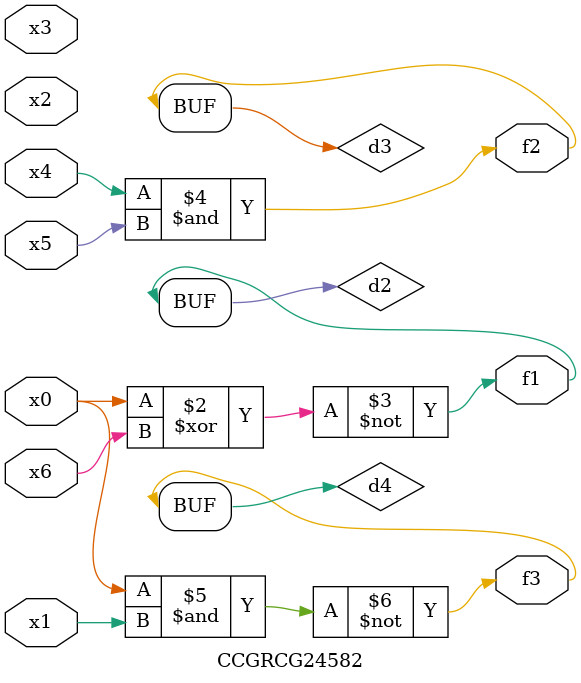
<source format=v>
module CCGRCG24582(
	input x0, x1, x2, x3, x4, x5, x6,
	output f1, f2, f3
);

	wire d1, d2, d3, d4;

	nor (d1, x0);
	xnor (d2, x0, x6);
	and (d3, x4, x5);
	nand (d4, x0, x1);
	assign f1 = d2;
	assign f2 = d3;
	assign f3 = d4;
endmodule

</source>
